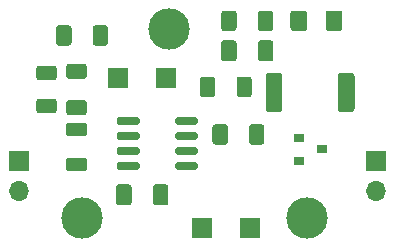
<source format=gbr>
%TF.GenerationSoftware,KiCad,Pcbnew,5.1.10-88a1d61d58~89~ubuntu20.04.1*%
%TF.CreationDate,2022-01-03T20:00:55+01:00*%
%TF.ProjectId,PowerBankAlwaysActive,506f7765-7242-4616-9e6b-416c77617973,rev?*%
%TF.SameCoordinates,Original*%
%TF.FileFunction,Soldermask,Top*%
%TF.FilePolarity,Negative*%
%FSLAX46Y46*%
G04 Gerber Fmt 4.6, Leading zero omitted, Abs format (unit mm)*
G04 Created by KiCad (PCBNEW 5.1.10-88a1d61d58~89~ubuntu20.04.1) date 2022-01-03 20:00:55*
%MOMM*%
%LPD*%
G01*
G04 APERTURE LIST*
%ADD10R,0.900000X0.800000*%
%ADD11R,1.700000X1.700000*%
%ADD12O,1.700000X1.700000*%
%ADD13C,2.600000*%
%ADD14C,3.500000*%
G04 APERTURE END LIST*
%TO.C,C2*%
G36*
G01*
X42457000Y-27860002D02*
X42457000Y-26559998D01*
G75*
G02*
X42706998Y-26310000I249998J0D01*
G01*
X43532002Y-26310000D01*
G75*
G02*
X43782000Y-26559998I0J-249998D01*
G01*
X43782000Y-27860002D01*
G75*
G02*
X43532002Y-28110000I-249998J0D01*
G01*
X42706998Y-28110000D01*
G75*
G02*
X42457000Y-27860002I0J249998D01*
G01*
G37*
G36*
G01*
X45582000Y-27860002D02*
X45582000Y-26559998D01*
G75*
G02*
X45831998Y-26310000I249998J0D01*
G01*
X46657002Y-26310000D01*
G75*
G02*
X46907000Y-26559998I0J-249998D01*
G01*
X46907000Y-27860002D01*
G75*
G02*
X46657002Y-28110000I-249998J0D01*
G01*
X45831998Y-28110000D01*
G75*
G02*
X45582000Y-27860002I0J249998D01*
G01*
G37*
%TD*%
%TO.C,D1*%
G36*
G01*
X28311000Y-32505000D02*
X27061000Y-32505000D01*
G75*
G02*
X26811000Y-32255000I0J250000D01*
G01*
X26811000Y-31505000D01*
G75*
G02*
X27061000Y-31255000I250000J0D01*
G01*
X28311000Y-31255000D01*
G75*
G02*
X28561000Y-31505000I0J-250000D01*
G01*
X28561000Y-32255000D01*
G75*
G02*
X28311000Y-32505000I-250000J0D01*
G01*
G37*
G36*
G01*
X28311000Y-29705000D02*
X27061000Y-29705000D01*
G75*
G02*
X26811000Y-29455000I0J250000D01*
G01*
X26811000Y-28705000D01*
G75*
G02*
X27061000Y-28455000I250000J0D01*
G01*
X28311000Y-28455000D01*
G75*
G02*
X28561000Y-28705000I0J-250000D01*
G01*
X28561000Y-29455000D01*
G75*
G02*
X28311000Y-29705000I-250000J0D01*
G01*
G37*
%TD*%
%TO.C,D2*%
G36*
G01*
X52746000Y-24045000D02*
X52746000Y-25295000D01*
G75*
G02*
X52496000Y-25545000I-250000J0D01*
G01*
X51571000Y-25545000D01*
G75*
G02*
X51321000Y-25295000I0J250000D01*
G01*
X51321000Y-24045000D01*
G75*
G02*
X51571000Y-23795000I250000J0D01*
G01*
X52496000Y-23795000D01*
G75*
G02*
X52746000Y-24045000I0J-250000D01*
G01*
G37*
G36*
G01*
X49771000Y-24045000D02*
X49771000Y-25295000D01*
G75*
G02*
X49521000Y-25545000I-250000J0D01*
G01*
X48596000Y-25545000D01*
G75*
G02*
X48346000Y-25295000I0J250000D01*
G01*
X48346000Y-24045000D01*
G75*
G02*
X48596000Y-23795000I250000J0D01*
G01*
X49521000Y-23795000D01*
G75*
G02*
X49771000Y-24045000I0J-250000D01*
G01*
G37*
%TD*%
D10*
%TO.C,Q1*%
X49038000Y-34610000D03*
X49038000Y-36510000D03*
X51038000Y-35560000D03*
%TD*%
%TO.C,R1*%
G36*
G01*
X29808000Y-25282999D02*
X29808000Y-26533001D01*
G75*
G02*
X29558001Y-26783000I-249999J0D01*
G01*
X28757999Y-26783000D01*
G75*
G02*
X28508000Y-26533001I0J249999D01*
G01*
X28508000Y-25282999D01*
G75*
G02*
X28757999Y-25033000I249999J0D01*
G01*
X29558001Y-25033000D01*
G75*
G02*
X29808000Y-25282999I0J-249999D01*
G01*
G37*
G36*
G01*
X32908000Y-25282999D02*
X32908000Y-26533001D01*
G75*
G02*
X32658001Y-26783000I-249999J0D01*
G01*
X31857999Y-26783000D01*
G75*
G02*
X31608000Y-26533001I0J249999D01*
G01*
X31608000Y-25282999D01*
G75*
G02*
X31857999Y-25033000I249999J0D01*
G01*
X32658001Y-25033000D01*
G75*
G02*
X32908000Y-25282999I0J-249999D01*
G01*
G37*
%TD*%
%TO.C,R2*%
G36*
G01*
X29600999Y-28280000D02*
X30851001Y-28280000D01*
G75*
G02*
X31101000Y-28529999I0J-249999D01*
G01*
X31101000Y-29330001D01*
G75*
G02*
X30851001Y-29580000I-249999J0D01*
G01*
X29600999Y-29580000D01*
G75*
G02*
X29351000Y-29330001I0J249999D01*
G01*
X29351000Y-28529999D01*
G75*
G02*
X29600999Y-28280000I249999J0D01*
G01*
G37*
G36*
G01*
X29600999Y-31380000D02*
X30851001Y-31380000D01*
G75*
G02*
X31101000Y-31629999I0J-249999D01*
G01*
X31101000Y-32430001D01*
G75*
G02*
X30851001Y-32680000I-249999J0D01*
G01*
X29600999Y-32680000D01*
G75*
G02*
X29351000Y-32430001I0J249999D01*
G01*
X29351000Y-31629999D01*
G75*
G02*
X29600999Y-31380000I249999J0D01*
G01*
G37*
%TD*%
%TO.C,R3*%
G36*
G01*
X46142000Y-33664999D02*
X46142000Y-34915001D01*
G75*
G02*
X45892001Y-35165000I-249999J0D01*
G01*
X45091999Y-35165000D01*
G75*
G02*
X44842000Y-34915001I0J249999D01*
G01*
X44842000Y-33664999D01*
G75*
G02*
X45091999Y-33415000I249999J0D01*
G01*
X45892001Y-33415000D01*
G75*
G02*
X46142000Y-33664999I0J-249999D01*
G01*
G37*
G36*
G01*
X43042000Y-33664999D02*
X43042000Y-34915001D01*
G75*
G02*
X42792001Y-35165000I-249999J0D01*
G01*
X41991999Y-35165000D01*
G75*
G02*
X41742000Y-34915001I0J249999D01*
G01*
X41742000Y-33664999D01*
G75*
G02*
X41991999Y-33415000I249999J0D01*
G01*
X42792001Y-33415000D01*
G75*
G02*
X43042000Y-33664999I0J-249999D01*
G01*
G37*
%TD*%
%TO.C,R4*%
G36*
G01*
X53766000Y-29308999D02*
X53766000Y-32159001D01*
G75*
G02*
X53516001Y-32409000I-249999J0D01*
G01*
X52615999Y-32409000D01*
G75*
G02*
X52366000Y-32159001I0J249999D01*
G01*
X52366000Y-29308999D01*
G75*
G02*
X52615999Y-29059000I249999J0D01*
G01*
X53516001Y-29059000D01*
G75*
G02*
X53766000Y-29308999I0J-249999D01*
G01*
G37*
G36*
G01*
X47666000Y-29308999D02*
X47666000Y-32159001D01*
G75*
G02*
X47416001Y-32409000I-249999J0D01*
G01*
X46515999Y-32409000D01*
G75*
G02*
X46266000Y-32159001I0J249999D01*
G01*
X46266000Y-29308999D01*
G75*
G02*
X46515999Y-29059000I249999J0D01*
G01*
X47416001Y-29059000D01*
G75*
G02*
X47666000Y-29308999I0J-249999D01*
G01*
G37*
%TD*%
%TO.C,R5*%
G36*
G01*
X45582000Y-25295001D02*
X45582000Y-24044999D01*
G75*
G02*
X45831999Y-23795000I249999J0D01*
G01*
X46632001Y-23795000D01*
G75*
G02*
X46882000Y-24044999I0J-249999D01*
G01*
X46882000Y-25295001D01*
G75*
G02*
X46632001Y-25545000I-249999J0D01*
G01*
X45831999Y-25545000D01*
G75*
G02*
X45582000Y-25295001I0J249999D01*
G01*
G37*
G36*
G01*
X42482000Y-25295001D02*
X42482000Y-24044999D01*
G75*
G02*
X42731999Y-23795000I249999J0D01*
G01*
X43532001Y-23795000D01*
G75*
G02*
X43782000Y-24044999I0J-249999D01*
G01*
X43782000Y-25295001D01*
G75*
G02*
X43532001Y-25545000I-249999J0D01*
G01*
X42731999Y-25545000D01*
G75*
G02*
X42482000Y-25295001I0J249999D01*
G01*
G37*
%TD*%
%TO.C,U1*%
G36*
G01*
X40534000Y-36807000D02*
X40534000Y-37107000D01*
G75*
G02*
X40384000Y-37257000I-150000J0D01*
G01*
X38734000Y-37257000D01*
G75*
G02*
X38584000Y-37107000I0J150000D01*
G01*
X38584000Y-36807000D01*
G75*
G02*
X38734000Y-36657000I150000J0D01*
G01*
X40384000Y-36657000D01*
G75*
G02*
X40534000Y-36807000I0J-150000D01*
G01*
G37*
G36*
G01*
X40534000Y-35537000D02*
X40534000Y-35837000D01*
G75*
G02*
X40384000Y-35987000I-150000J0D01*
G01*
X38734000Y-35987000D01*
G75*
G02*
X38584000Y-35837000I0J150000D01*
G01*
X38584000Y-35537000D01*
G75*
G02*
X38734000Y-35387000I150000J0D01*
G01*
X40384000Y-35387000D01*
G75*
G02*
X40534000Y-35537000I0J-150000D01*
G01*
G37*
G36*
G01*
X40534000Y-34267000D02*
X40534000Y-34567000D01*
G75*
G02*
X40384000Y-34717000I-150000J0D01*
G01*
X38734000Y-34717000D01*
G75*
G02*
X38584000Y-34567000I0J150000D01*
G01*
X38584000Y-34267000D01*
G75*
G02*
X38734000Y-34117000I150000J0D01*
G01*
X40384000Y-34117000D01*
G75*
G02*
X40534000Y-34267000I0J-150000D01*
G01*
G37*
G36*
G01*
X40534000Y-32997000D02*
X40534000Y-33297000D01*
G75*
G02*
X40384000Y-33447000I-150000J0D01*
G01*
X38734000Y-33447000D01*
G75*
G02*
X38584000Y-33297000I0J150000D01*
G01*
X38584000Y-32997000D01*
G75*
G02*
X38734000Y-32847000I150000J0D01*
G01*
X40384000Y-32847000D01*
G75*
G02*
X40534000Y-32997000I0J-150000D01*
G01*
G37*
G36*
G01*
X35584000Y-32997000D02*
X35584000Y-33297000D01*
G75*
G02*
X35434000Y-33447000I-150000J0D01*
G01*
X33784000Y-33447000D01*
G75*
G02*
X33634000Y-33297000I0J150000D01*
G01*
X33634000Y-32997000D01*
G75*
G02*
X33784000Y-32847000I150000J0D01*
G01*
X35434000Y-32847000D01*
G75*
G02*
X35584000Y-32997000I0J-150000D01*
G01*
G37*
G36*
G01*
X35584000Y-34267000D02*
X35584000Y-34567000D01*
G75*
G02*
X35434000Y-34717000I-150000J0D01*
G01*
X33784000Y-34717000D01*
G75*
G02*
X33634000Y-34567000I0J150000D01*
G01*
X33634000Y-34267000D01*
G75*
G02*
X33784000Y-34117000I150000J0D01*
G01*
X35434000Y-34117000D01*
G75*
G02*
X35584000Y-34267000I0J-150000D01*
G01*
G37*
G36*
G01*
X35584000Y-35537000D02*
X35584000Y-35837000D01*
G75*
G02*
X35434000Y-35987000I-150000J0D01*
G01*
X33784000Y-35987000D01*
G75*
G02*
X33634000Y-35837000I0J150000D01*
G01*
X33634000Y-35537000D01*
G75*
G02*
X33784000Y-35387000I150000J0D01*
G01*
X35434000Y-35387000D01*
G75*
G02*
X35584000Y-35537000I0J-150000D01*
G01*
G37*
G36*
G01*
X35584000Y-36807000D02*
X35584000Y-37107000D01*
G75*
G02*
X35434000Y-37257000I-150000J0D01*
G01*
X33784000Y-37257000D01*
G75*
G02*
X33634000Y-37107000I0J150000D01*
G01*
X33634000Y-36807000D01*
G75*
G02*
X33784000Y-36657000I150000J0D01*
G01*
X35434000Y-36657000D01*
G75*
G02*
X35584000Y-36807000I0J-150000D01*
G01*
G37*
%TD*%
D11*
%TO.C,J1*%
X25400000Y-36576000D03*
D12*
X25400000Y-39116000D03*
%TD*%
%TO.C,J2*%
X55626000Y-39116000D03*
D11*
X55626000Y-36576000D03*
%TD*%
D13*
%TO.C,H1*%
X30734000Y-41402000D03*
D14*
X30734000Y-41402000D03*
%TD*%
%TO.C,H2*%
X49784000Y-41402000D03*
D13*
X49784000Y-41402000D03*
%TD*%
%TO.C,H3*%
X38100000Y-25400000D03*
D14*
X38100000Y-25400000D03*
%TD*%
%TO.C,C3*%
G36*
G01*
X33567000Y-40052002D02*
X33567000Y-38751998D01*
G75*
G02*
X33816998Y-38502000I249998J0D01*
G01*
X34642002Y-38502000D01*
G75*
G02*
X34892000Y-38751998I0J-249998D01*
G01*
X34892000Y-40052002D01*
G75*
G02*
X34642002Y-40302000I-249998J0D01*
G01*
X33816998Y-40302000D01*
G75*
G02*
X33567000Y-40052002I0J249998D01*
G01*
G37*
G36*
G01*
X36692000Y-40052002D02*
X36692000Y-38751998D01*
G75*
G02*
X36941998Y-38502000I249998J0D01*
G01*
X37767002Y-38502000D01*
G75*
G02*
X38017000Y-38751998I0J-249998D01*
G01*
X38017000Y-40052002D01*
G75*
G02*
X37767002Y-40302000I-249998J0D01*
G01*
X36941998Y-40302000D01*
G75*
G02*
X36692000Y-40052002I0J249998D01*
G01*
G37*
%TD*%
%TO.C,C1*%
G36*
G01*
X29575999Y-33294000D02*
X30876001Y-33294000D01*
G75*
G02*
X31126000Y-33543999I0J-249999D01*
G01*
X31126000Y-34194001D01*
G75*
G02*
X30876001Y-34444000I-249999J0D01*
G01*
X29575999Y-34444000D01*
G75*
G02*
X29326000Y-34194001I0J249999D01*
G01*
X29326000Y-33543999D01*
G75*
G02*
X29575999Y-33294000I249999J0D01*
G01*
G37*
G36*
G01*
X29575999Y-36244000D02*
X30876001Y-36244000D01*
G75*
G02*
X31126000Y-36493999I0J-249999D01*
G01*
X31126000Y-37144001D01*
G75*
G02*
X30876001Y-37394000I-249999J0D01*
G01*
X29575999Y-37394000D01*
G75*
G02*
X29326000Y-37144001I0J249999D01*
G01*
X29326000Y-36493999D01*
G75*
G02*
X29575999Y-36244000I249999J0D01*
G01*
G37*
%TD*%
%TO.C,R6*%
G36*
G01*
X40678000Y-30883000D02*
X40678000Y-29633000D01*
G75*
G02*
X40928000Y-29383000I250000J0D01*
G01*
X41728000Y-29383000D01*
G75*
G02*
X41978000Y-29633000I0J-250000D01*
G01*
X41978000Y-30883000D01*
G75*
G02*
X41728000Y-31133000I-250000J0D01*
G01*
X40928000Y-31133000D01*
G75*
G02*
X40678000Y-30883000I0J250000D01*
G01*
G37*
G36*
G01*
X43778000Y-30883000D02*
X43778000Y-29633000D01*
G75*
G02*
X44028000Y-29383000I250000J0D01*
G01*
X44828000Y-29383000D01*
G75*
G02*
X45078000Y-29633000I0J-250000D01*
G01*
X45078000Y-30883000D01*
G75*
G02*
X44828000Y-31133000I-250000J0D01*
G01*
X44028000Y-31133000D01*
G75*
G02*
X43778000Y-30883000I0J250000D01*
G01*
G37*
%TD*%
D11*
%TO.C,gnd*%
X44936000Y-42196000D03*
%TD*%
%TO.C,+5*%
X40872000Y-42196000D03*
%TD*%
%TO.C,trig*%
X33760000Y-29496000D03*
%TD*%
%TO.C,out*%
X37824000Y-29496000D03*
%TD*%
M02*

</source>
